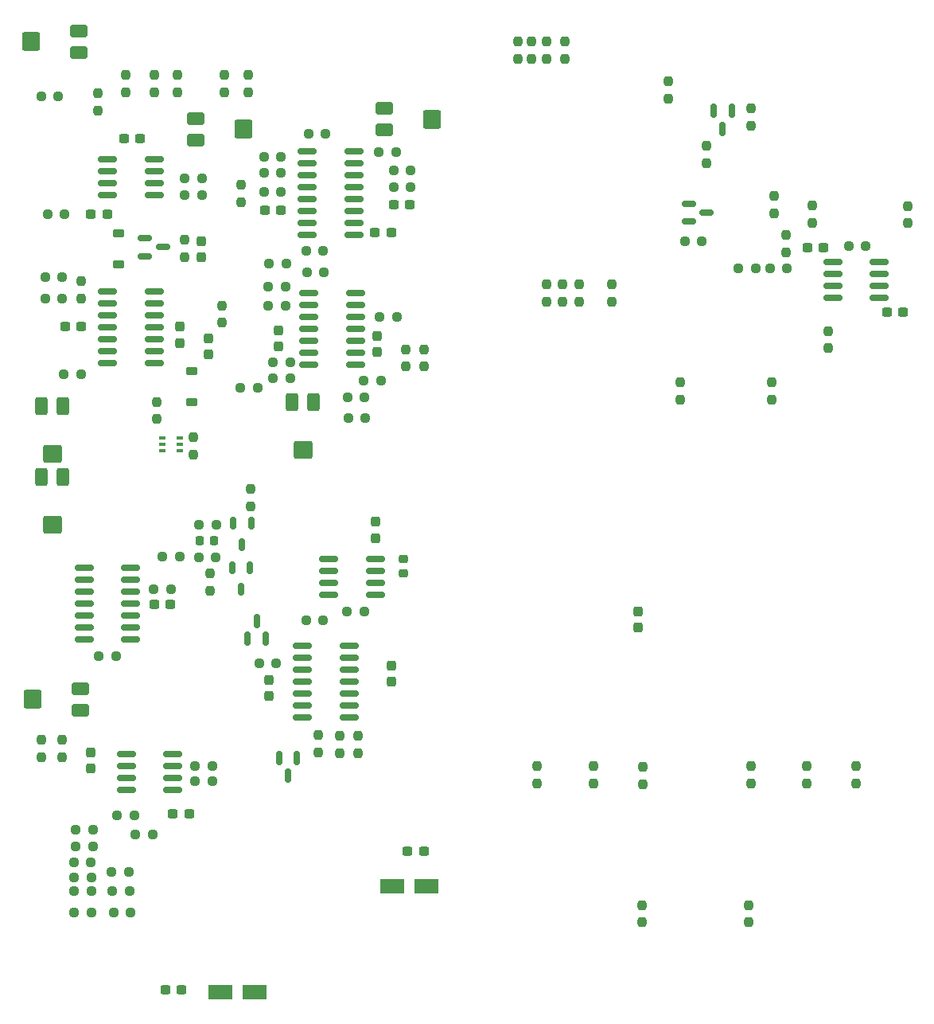
<source format=gbr>
%TF.GenerationSoftware,KiCad,Pcbnew,9.0.6*%
%TF.CreationDate,2025-11-20T09:41:42+01:00*%
%TF.ProjectId,Th-555-biondo,54682d35-3535-42d6-9269-6f6e646f2e6b,rev?*%
%TF.SameCoordinates,Original*%
%TF.FileFunction,Paste,Bot*%
%TF.FilePolarity,Positive*%
%FSLAX46Y46*%
G04 Gerber Fmt 4.6, Leading zero omitted, Abs format (unit mm)*
G04 Created by KiCad (PCBNEW 9.0.6) date 2025-11-20 09:41:42*
%MOMM*%
%LPD*%
G01*
G04 APERTURE LIST*
G04 Aperture macros list*
%AMRoundRect*
0 Rectangle with rounded corners*
0 $1 Rounding radius*
0 $2 $3 $4 $5 $6 $7 $8 $9 X,Y pos of 4 corners*
0 Add a 4 corners polygon primitive as box body*
4,1,4,$2,$3,$4,$5,$6,$7,$8,$9,$2,$3,0*
0 Add four circle primitives for the rounded corners*
1,1,$1+$1,$2,$3*
1,1,$1+$1,$4,$5*
1,1,$1+$1,$6,$7*
1,1,$1+$1,$8,$9*
0 Add four rect primitives between the rounded corners*
20,1,$1+$1,$2,$3,$4,$5,0*
20,1,$1+$1,$4,$5,$6,$7,0*
20,1,$1+$1,$6,$7,$8,$9,0*
20,1,$1+$1,$8,$9,$2,$3,0*%
G04 Aperture macros list end*
%ADD10RoundRect,0.237500X0.300000X0.237500X-0.300000X0.237500X-0.300000X-0.237500X0.300000X-0.237500X0*%
%ADD11RoundRect,0.237500X-0.237500X0.250000X-0.237500X-0.250000X0.237500X-0.250000X0.237500X0.250000X0*%
%ADD12RoundRect,0.237500X-0.250000X-0.237500X0.250000X-0.237500X0.250000X0.237500X-0.250000X0.237500X0*%
%ADD13RoundRect,0.237500X0.250000X0.237500X-0.250000X0.237500X-0.250000X-0.237500X0.250000X-0.237500X0*%
%ADD14RoundRect,0.237500X0.237500X-0.250000X0.237500X0.250000X-0.237500X0.250000X-0.237500X-0.250000X0*%
%ADD15RoundRect,0.250000X0.400000X0.700000X-0.400000X0.700000X-0.400000X-0.700000X0.400000X-0.700000X0*%
%ADD16RoundRect,0.250000X0.750000X0.700000X-0.750000X0.700000X-0.750000X-0.700000X0.750000X-0.700000X0*%
%ADD17RoundRect,0.250000X1.050000X0.550000X-1.050000X0.550000X-1.050000X-0.550000X1.050000X-0.550000X0*%
%ADD18RoundRect,0.225000X0.225000X0.250000X-0.225000X0.250000X-0.225000X-0.250000X0.225000X-0.250000X0*%
%ADD19RoundRect,0.237500X0.237500X-0.300000X0.237500X0.300000X-0.237500X0.300000X-0.237500X-0.300000X0*%
%ADD20RoundRect,0.150000X0.825000X0.150000X-0.825000X0.150000X-0.825000X-0.150000X0.825000X-0.150000X0*%
%ADD21RoundRect,0.237500X-0.237500X0.300000X-0.237500X-0.300000X0.237500X-0.300000X0.237500X0.300000X0*%
%ADD22RoundRect,0.237500X-0.300000X-0.237500X0.300000X-0.237500X0.300000X0.237500X-0.300000X0.237500X0*%
%ADD23RoundRect,0.150000X-0.587500X-0.150000X0.587500X-0.150000X0.587500X0.150000X-0.587500X0.150000X0*%
%ADD24RoundRect,0.250000X-0.700000X0.400000X-0.700000X-0.400000X0.700000X-0.400000X0.700000X0.400000X0*%
%ADD25RoundRect,0.250000X-0.700000X0.750000X-0.700000X-0.750000X0.700000X-0.750000X0.700000X0.750000X0*%
%ADD26RoundRect,0.225000X0.250000X-0.225000X0.250000X0.225000X-0.250000X0.225000X-0.250000X-0.225000X0*%
%ADD27RoundRect,0.150000X-0.150000X0.587500X-0.150000X-0.587500X0.150000X-0.587500X0.150000X0.587500X0*%
%ADD28RoundRect,0.250000X-1.050000X-0.550000X1.050000X-0.550000X1.050000X0.550000X-1.050000X0.550000X0*%
%ADD29RoundRect,0.225000X0.375000X-0.225000X0.375000X0.225000X-0.375000X0.225000X-0.375000X-0.225000X0*%
%ADD30RoundRect,0.150000X-0.150000X0.512500X-0.150000X-0.512500X0.150000X-0.512500X0.150000X0.512500X0*%
%ADD31RoundRect,0.250000X0.700000X-0.400000X0.700000X0.400000X-0.700000X0.400000X-0.700000X-0.400000X0*%
%ADD32RoundRect,0.250000X0.700000X-0.750000X0.700000X0.750000X-0.700000X0.750000X-0.700000X-0.750000X0*%
%ADD33R,0.650000X0.400000*%
%ADD34RoundRect,0.225000X-0.375000X0.225000X-0.375000X-0.225000X0.375000X-0.225000X0.375000X0.225000X0*%
%ADD35RoundRect,0.150000X0.150000X-0.587500X0.150000X0.587500X-0.150000X0.587500X-0.150000X-0.587500X0*%
%ADD36RoundRect,0.150000X-0.825000X-0.150000X0.825000X-0.150000X0.825000X0.150000X-0.825000X0.150000X0*%
G04 APERTURE END LIST*
D10*
%TO.C,C20*%
X111775000Y-123250000D03*
X110050000Y-123250000D03*
%TD*%
%TO.C,C8*%
X187750000Y-69930000D03*
X186025000Y-69930000D03*
%TD*%
D11*
%TO.C,R71*%
X129750000Y-115000000D03*
X129750000Y-116825000D03*
%TD*%
D12*
%TO.C,R93*%
X128575000Y-101750000D03*
X130400000Y-101750000D03*
%TD*%
D13*
%TO.C,R76*%
X101325000Y-128450000D03*
X99500000Y-128450000D03*
%TD*%
D14*
%TO.C,R6*%
X149800000Y-43000000D03*
X149800000Y-41175000D03*
%TD*%
D15*
%TO.C,RV11*%
X122750000Y-79500000D03*
D16*
X123900000Y-84600000D03*
D15*
X125050000Y-79500000D03*
%TD*%
D13*
%TO.C,R75*%
X166340000Y-62390000D03*
X164515000Y-62390000D03*
%TD*%
D11*
%TO.C,R25*%
X110550000Y-44750000D03*
X110550000Y-46575000D03*
%TD*%
D15*
%TO.C,RV13*%
X96070000Y-87450000D03*
D16*
X97220000Y-92550000D03*
D15*
X98370000Y-87450000D03*
%TD*%
D11*
%TO.C,R38*%
X149800000Y-67000000D03*
X149800000Y-68825000D03*
%TD*%
D14*
%TO.C,R5*%
X162750000Y-47250000D03*
X162750000Y-45425000D03*
%TD*%
%TO.C,R90*%
X113975000Y-99550000D03*
X113975000Y-97725000D03*
%TD*%
D11*
%TO.C,R69*%
X127800000Y-115000000D03*
X127800000Y-116825000D03*
%TD*%
%TO.C,R56*%
X108300000Y-79500000D03*
X108300000Y-81325000D03*
%TD*%
D17*
%TO.C,C22*%
X118750000Y-142250000D03*
X115150000Y-142250000D03*
%TD*%
D18*
%TO.C,C24*%
X114450000Y-94225000D03*
X112900000Y-94225000D03*
%TD*%
D13*
%TO.C,R79*%
X101375000Y-130025000D03*
X99550000Y-130025000D03*
%TD*%
D11*
%TO.C,R96*%
X174000000Y-57600000D03*
X174000000Y-59425000D03*
%TD*%
D12*
%TO.C,R80*%
X99550000Y-133750000D03*
X101375000Y-133750000D03*
%TD*%
%TO.C,R51*%
X128637500Y-79000000D03*
X130462500Y-79000000D03*
%TD*%
D13*
%TO.C,R55*%
X98300000Y-66250000D03*
X96475000Y-66250000D03*
%TD*%
D11*
%TO.C,R70*%
X125550000Y-114925000D03*
X125550000Y-116750000D03*
%TD*%
D19*
%TO.C,C15*%
X133300000Y-109250000D03*
X133300000Y-107525000D03*
%TD*%
D12*
%TO.C,R12*%
X133550000Y-56650000D03*
X135375000Y-56650000D03*
%TD*%
D13*
%TO.C,R98*%
X114250000Y-118230000D03*
X112425000Y-118230000D03*
%TD*%
%TO.C,R48*%
X130550000Y-81250000D03*
X128725000Y-81250000D03*
%TD*%
D12*
%TO.C,R88*%
X104137500Y-123500000D03*
X105962500Y-123500000D03*
%TD*%
D20*
%TO.C,U3*%
X185240000Y-64580000D03*
X185240000Y-65850000D03*
X185240000Y-67120000D03*
X185240000Y-68390000D03*
X180290000Y-68390000D03*
X180290000Y-67120000D03*
X180290000Y-65850000D03*
X180290000Y-64580000D03*
%TD*%
D12*
%TO.C,R22*%
X111300000Y-57500000D03*
X113125000Y-57500000D03*
%TD*%
D14*
%TO.C,R53*%
X112250000Y-85075000D03*
X112250000Y-83250000D03*
%TD*%
D13*
%TO.C,R30*%
X175435000Y-65270000D03*
X173610000Y-65270000D03*
%TD*%
D21*
%TO.C,C14*%
X159550000Y-101750000D03*
X159550000Y-103475000D03*
%TD*%
D10*
%TO.C,C17*%
X109775000Y-101000000D03*
X108050000Y-101000000D03*
%TD*%
D14*
%TO.C,R10*%
X117300000Y-58250000D03*
X117300000Y-56425000D03*
%TD*%
D12*
%TO.C,R13*%
X124225000Y-63400000D03*
X126050000Y-63400000D03*
%TD*%
D14*
%TO.C,R19*%
X102050000Y-48500000D03*
X102050000Y-46675000D03*
%TD*%
D19*
%TO.C,C9*%
X131800000Y-74225000D03*
X131800000Y-72500000D03*
%TD*%
D11*
%TO.C,R61*%
X177550000Y-118250000D03*
X177550000Y-120075000D03*
%TD*%
%TO.C,R83*%
X96050000Y-115425000D03*
X96050000Y-117250000D03*
%TD*%
%TO.C,R29*%
X164060000Y-77405000D03*
X164060000Y-79230000D03*
%TD*%
D12*
%TO.C,R54*%
X96475000Y-68500000D03*
X98300000Y-68500000D03*
%TD*%
%TO.C,R59*%
X119225000Y-107250000D03*
X121050000Y-107250000D03*
%TD*%
%TO.C,R89*%
X108950000Y-95950000D03*
X110775000Y-95950000D03*
%TD*%
D14*
%TO.C,R49*%
X136800000Y-75750000D03*
X136800000Y-73925000D03*
%TD*%
D20*
%TO.C,U7*%
X128800000Y-105440000D03*
X128800000Y-106710000D03*
X128800000Y-107980000D03*
X128800000Y-109250000D03*
X128800000Y-110520000D03*
X128800000Y-111790000D03*
X128800000Y-113060000D03*
X123850000Y-113060000D03*
X123850000Y-111790000D03*
X123850000Y-110520000D03*
X123850000Y-109250000D03*
X123850000Y-107980000D03*
X123850000Y-106710000D03*
X123850000Y-105440000D03*
%TD*%
%TO.C,U9*%
X110050000Y-116940000D03*
X110050000Y-118210000D03*
X110050000Y-119480000D03*
X110050000Y-120750000D03*
X105100000Y-120750000D03*
X105100000Y-119480000D03*
X105100000Y-118210000D03*
X105100000Y-116940000D03*
%TD*%
D14*
%TO.C,R2*%
X188220000Y-60505000D03*
X188220000Y-58680000D03*
%TD*%
D12*
%TO.C,R94*%
X124225000Y-102725000D03*
X126050000Y-102725000D03*
%TD*%
D13*
%TO.C,R52*%
X122125000Y-64750000D03*
X120300000Y-64750000D03*
%TD*%
D11*
%TO.C,R91*%
X171620000Y-48275000D03*
X171620000Y-50100000D03*
%TD*%
D12*
%TO.C,R73*%
X106050000Y-125500000D03*
X107875000Y-125500000D03*
%TD*%
D14*
%TO.C,R95*%
X166810000Y-54092500D03*
X166810000Y-52267500D03*
%TD*%
%TO.C,R4*%
X146750000Y-43000000D03*
X146750000Y-41175000D03*
%TD*%
%TO.C,R65*%
X154800000Y-120075000D03*
X154800000Y-118250000D03*
%TD*%
D10*
%TO.C,C7*%
X179322500Y-63120000D03*
X177597500Y-63120000D03*
%TD*%
D22*
%TO.C,C5*%
X101325000Y-59500000D03*
X103050000Y-59500000D03*
%TD*%
D12*
%TO.C,R97*%
X112430000Y-119860000D03*
X114255000Y-119860000D03*
%TD*%
D14*
%TO.C,R34*%
X175340000Y-63560000D03*
X175340000Y-61735000D03*
%TD*%
D19*
%TO.C,C13*%
X113800000Y-74475000D03*
X113800000Y-72750000D03*
%TD*%
%TO.C,C10*%
X121300000Y-73612500D03*
X121300000Y-71887500D03*
%TD*%
D22*
%TO.C,C18*%
X135025000Y-127250000D03*
X136750000Y-127250000D03*
%TD*%
D13*
%TO.C,R15*%
X121550000Y-53400000D03*
X119725000Y-53400000D03*
%TD*%
D11*
%TO.C,R50*%
X115300000Y-69250000D03*
X115300000Y-71075000D03*
%TD*%
D12*
%TO.C,R74*%
X99550000Y-131500000D03*
X101375000Y-131500000D03*
%TD*%
D11*
%TO.C,R24*%
X108050000Y-44750000D03*
X108050000Y-46575000D03*
%TD*%
D20*
%TO.C,U5*%
X108050000Y-67730000D03*
X108050000Y-69000000D03*
X108050000Y-70270000D03*
X108050000Y-71540000D03*
X108050000Y-72810000D03*
X108050000Y-74080000D03*
X108050000Y-75350000D03*
X103100000Y-75350000D03*
X103100000Y-74080000D03*
X103100000Y-72810000D03*
X103100000Y-71540000D03*
X103100000Y-70270000D03*
X103100000Y-69000000D03*
X103100000Y-67730000D03*
%TD*%
D23*
%TO.C,Q1*%
X107100000Y-64000000D03*
X107100000Y-62100000D03*
X108975000Y-63050000D03*
%TD*%
D13*
%TO.C,R26*%
X113125000Y-55750000D03*
X111300000Y-55750000D03*
%TD*%
D11*
%TO.C,R35*%
X156800000Y-67000000D03*
X156800000Y-68825000D03*
%TD*%
D10*
%TO.C,C1*%
X121550000Y-59150000D03*
X119825000Y-59150000D03*
%TD*%
D14*
%TO.C,R63*%
X171300000Y-134825000D03*
X171300000Y-133000000D03*
%TD*%
%TO.C,R28*%
X173800000Y-79230000D03*
X173800000Y-77405000D03*
%TD*%
%TO.C,R27*%
X111300000Y-64100000D03*
X111300000Y-62275000D03*
%TD*%
D11*
%TO.C,R17*%
X118050000Y-44750000D03*
X118050000Y-46575000D03*
%TD*%
D13*
%TO.C,R58*%
X100275000Y-76555000D03*
X98450000Y-76555000D03*
%TD*%
D11*
%TO.C,R77*%
X118350000Y-88750000D03*
X118350000Y-90575000D03*
%TD*%
D23*
%TO.C,Q7*%
X164960000Y-60300000D03*
X164960000Y-58400000D03*
X166835000Y-59350000D03*
%TD*%
D14*
%TO.C,R43*%
X134800000Y-75750000D03*
X134800000Y-73925000D03*
%TD*%
D13*
%TO.C,R60*%
X104000000Y-106500000D03*
X102175000Y-106500000D03*
%TD*%
D24*
%TO.C,RV8*%
X112450000Y-51650000D03*
D25*
X117550000Y-50500000D03*
D24*
X112450000Y-49350000D03*
%TD*%
D11*
%TO.C,R36*%
X151550000Y-67000000D03*
X151550000Y-68825000D03*
%TD*%
D21*
%TO.C,C6*%
X113050000Y-62375000D03*
X113050000Y-64100000D03*
%TD*%
D26*
%TO.C,C25*%
X134600000Y-97750000D03*
X134600000Y-96200000D03*
%TD*%
D22*
%TO.C,C2*%
X133575000Y-58500000D03*
X135300000Y-58500000D03*
%TD*%
D13*
%TO.C,R9*%
X135375000Y-54900000D03*
X133550000Y-54900000D03*
%TD*%
D12*
%TO.C,R8*%
X131975000Y-52900000D03*
X133800000Y-52900000D03*
%TD*%
D11*
%TO.C,R18*%
X115550000Y-44750000D03*
X115550000Y-46575000D03*
%TD*%
D12*
%TO.C,R82*%
X112825000Y-92525000D03*
X114650000Y-92525000D03*
%TD*%
D27*
%TO.C,Q6*%
X167610000Y-48562500D03*
X169510000Y-48562500D03*
X168560000Y-50437500D03*
%TD*%
D21*
%TO.C,C11*%
X110800000Y-71500000D03*
X110800000Y-73225000D03*
%TD*%
D28*
%TO.C,C19*%
X133400000Y-131000000D03*
X137000000Y-131000000D03*
%TD*%
D14*
%TO.C,R20*%
X105050000Y-46575000D03*
X105050000Y-44750000D03*
%TD*%
D20*
%TO.C,U1*%
X129300000Y-52880000D03*
X129300000Y-54150000D03*
X129300000Y-55420000D03*
X129300000Y-56690000D03*
X129300000Y-57960000D03*
X129300000Y-59230000D03*
X129300000Y-60500000D03*
X129300000Y-61770000D03*
X124350000Y-61770000D03*
X124350000Y-60500000D03*
X124350000Y-59230000D03*
X124350000Y-57960000D03*
X124350000Y-56690000D03*
X124350000Y-55420000D03*
X124350000Y-54150000D03*
X124350000Y-52880000D03*
%TD*%
D21*
%TO.C,C21*%
X101300000Y-116775000D03*
X101300000Y-118500000D03*
%TD*%
D29*
%TO.C,D2*%
X112050000Y-79500000D03*
X112050000Y-76200000D03*
%TD*%
D12*
%TO.C,R16*%
X119725000Y-55150000D03*
X121550000Y-55150000D03*
%TD*%
D14*
%TO.C,R7*%
X151800000Y-43000000D03*
X151800000Y-41175000D03*
%TD*%
D13*
%TO.C,R31*%
X183795000Y-62940000D03*
X181970000Y-62940000D03*
%TD*%
D24*
%TO.C,RV9*%
X132550000Y-50600000D03*
D25*
X137650000Y-49450000D03*
D24*
X132550000Y-48300000D03*
%TD*%
D12*
%TO.C,R86*%
X103725000Y-133750000D03*
X105550000Y-133750000D03*
%TD*%
D22*
%TO.C,C4*%
X104825000Y-51500000D03*
X106550000Y-51500000D03*
%TD*%
D10*
%TO.C,C3*%
X133300000Y-61500000D03*
X131575000Y-61500000D03*
%TD*%
D13*
%TO.C,R14*%
X126300000Y-51000000D03*
X124475000Y-51000000D03*
%TD*%
D20*
%TO.C,U8*%
X105550000Y-97150000D03*
X105550000Y-98420000D03*
X105550000Y-99690000D03*
X105550000Y-100960000D03*
X105550000Y-102230000D03*
X105550000Y-103500000D03*
X105550000Y-104770000D03*
X100600000Y-104770000D03*
X100600000Y-103500000D03*
X100600000Y-102230000D03*
X100600000Y-100960000D03*
X100600000Y-99690000D03*
X100600000Y-98420000D03*
X100600000Y-97150000D03*
%TD*%
D30*
%TO.C,Q5*%
X118240000Y-97125000D03*
X116340000Y-97125000D03*
X117290000Y-99400000D03*
%TD*%
D13*
%TO.C,R21*%
X97875000Y-47000000D03*
X96050000Y-47000000D03*
%TD*%
D14*
%TO.C,R3*%
X148250000Y-43000000D03*
X148250000Y-41175000D03*
%TD*%
D12*
%TO.C,R47*%
X120725000Y-75250000D03*
X122550000Y-75250000D03*
%TD*%
D20*
%TO.C,U2*%
X108050000Y-53710000D03*
X108050000Y-54980000D03*
X108050000Y-56250000D03*
X108050000Y-57520000D03*
X103100000Y-57520000D03*
X103100000Y-56250000D03*
X103100000Y-54980000D03*
X103100000Y-53710000D03*
%TD*%
D14*
%TO.C,R62*%
X182800000Y-120075000D03*
X182800000Y-118250000D03*
%TD*%
D12*
%TO.C,R87*%
X112800000Y-96000000D03*
X114625000Y-96000000D03*
%TD*%
D31*
%TO.C,RV14*%
X100225000Y-109975000D03*
D32*
X95125000Y-111125000D03*
D31*
X100225000Y-112275000D03*
%TD*%
D12*
%TO.C,R11*%
X119725000Y-57150000D03*
X121550000Y-57150000D03*
%TD*%
%TO.C,R85*%
X99725000Y-126750000D03*
X101550000Y-126750000D03*
%TD*%
D14*
%TO.C,R68*%
X159962500Y-134825000D03*
X159962500Y-133000000D03*
%TD*%
%TO.C,R84*%
X98300000Y-117250000D03*
X98300000Y-115425000D03*
%TD*%
%TO.C,R64*%
X171550000Y-120075000D03*
X171550000Y-118250000D03*
%TD*%
D13*
%TO.C,R46*%
X133875000Y-70500000D03*
X132050000Y-70500000D03*
%TD*%
D33*
%TO.C,U6*%
X110800000Y-83350000D03*
X110800000Y-84000000D03*
X110800000Y-84650000D03*
X108900000Y-84650000D03*
X108900000Y-84000000D03*
X108900000Y-83350000D03*
%TD*%
D12*
%TO.C,R45*%
X120225000Y-67250000D03*
X122050000Y-67250000D03*
%TD*%
D11*
%TO.C,R32*%
X179780000Y-71950000D03*
X179780000Y-73775000D03*
%TD*%
D20*
%TO.C,U4*%
X129500000Y-67940000D03*
X129500000Y-69210000D03*
X129500000Y-70480000D03*
X129500000Y-71750000D03*
X129500000Y-73020000D03*
X129500000Y-74290000D03*
X129500000Y-75560000D03*
X124550000Y-75560000D03*
X124550000Y-74290000D03*
X124550000Y-73020000D03*
X124550000Y-71750000D03*
X124550000Y-70480000D03*
X124550000Y-69210000D03*
X124550000Y-67940000D03*
%TD*%
D11*
%TO.C,R67*%
X148800000Y-118250000D03*
X148800000Y-120075000D03*
%TD*%
D34*
%TO.C,D1*%
X104300000Y-61600000D03*
X104300000Y-64900000D03*
%TD*%
D14*
%TO.C,R66*%
X160050000Y-120162500D03*
X160050000Y-118337500D03*
%TD*%
D15*
%TO.C,RV12*%
X96070000Y-79950000D03*
D16*
X97220000Y-85050000D03*
D15*
X98370000Y-79950000D03*
%TD*%
D22*
%TO.C,C12*%
X98575000Y-71500000D03*
X100300000Y-71500000D03*
%TD*%
D13*
%TO.C,R92*%
X109825000Y-99400000D03*
X108000000Y-99400000D03*
%TD*%
D27*
%TO.C,Q3*%
X121350000Y-117375000D03*
X123250000Y-117375000D03*
X122300000Y-119250000D03*
%TD*%
D13*
%TO.C,R81*%
X105462500Y-131500000D03*
X103637500Y-131500000D03*
%TD*%
%TO.C,R23*%
X98550000Y-59500000D03*
X96725000Y-59500000D03*
%TD*%
D12*
%TO.C,R78*%
X103550000Y-129500000D03*
X105375000Y-129500000D03*
%TD*%
%TO.C,R44*%
X117225000Y-78000000D03*
X119050000Y-78000000D03*
%TD*%
D35*
%TO.C,Q2*%
X119925000Y-104650000D03*
X118025000Y-104650000D03*
X118975000Y-102775000D03*
%TD*%
D11*
%TO.C,R37*%
X153300000Y-67000000D03*
X153300000Y-68825000D03*
%TD*%
D12*
%TO.C,R42*%
X120725000Y-77000000D03*
X122550000Y-77000000D03*
%TD*%
D31*
%TO.C,RV10*%
X100075000Y-40025000D03*
D32*
X94975000Y-41175000D03*
D31*
X100075000Y-42325000D03*
%TD*%
D13*
%TO.C,R72*%
X101550000Y-125000000D03*
X99725000Y-125000000D03*
%TD*%
D14*
%TO.C,R57*%
X100300000Y-68500000D03*
X100300000Y-66675000D03*
%TD*%
D13*
%TO.C,R41*%
X126125000Y-65750000D03*
X124300000Y-65750000D03*
%TD*%
D30*
%TO.C,Q4*%
X118380000Y-92365000D03*
X116480000Y-92365000D03*
X117430000Y-94640000D03*
%TD*%
D13*
%TO.C,R40*%
X122050000Y-69250000D03*
X120225000Y-69250000D03*
%TD*%
D19*
%TO.C,C16*%
X120300000Y-110750000D03*
X120300000Y-109025000D03*
%TD*%
D11*
%TO.C,R1*%
X178120000Y-58645000D03*
X178120000Y-60470000D03*
%TD*%
D13*
%TO.C,R33*%
X172060000Y-65260000D03*
X170235000Y-65260000D03*
%TD*%
D10*
%TO.C,C23*%
X111000000Y-142000000D03*
X109275000Y-142000000D03*
%TD*%
D36*
%TO.C,U10*%
X126650000Y-100025000D03*
X126650000Y-98755000D03*
X126650000Y-97485000D03*
X126650000Y-96215000D03*
X131600000Y-96215000D03*
X131600000Y-97485000D03*
X131600000Y-98755000D03*
X131600000Y-100025000D03*
%TD*%
D13*
%TO.C,R39*%
X132200000Y-77200000D03*
X130375000Y-77200000D03*
%TD*%
D21*
%TO.C,C26*%
X131600000Y-92250000D03*
X131600000Y-93975000D03*
%TD*%
M02*

</source>
